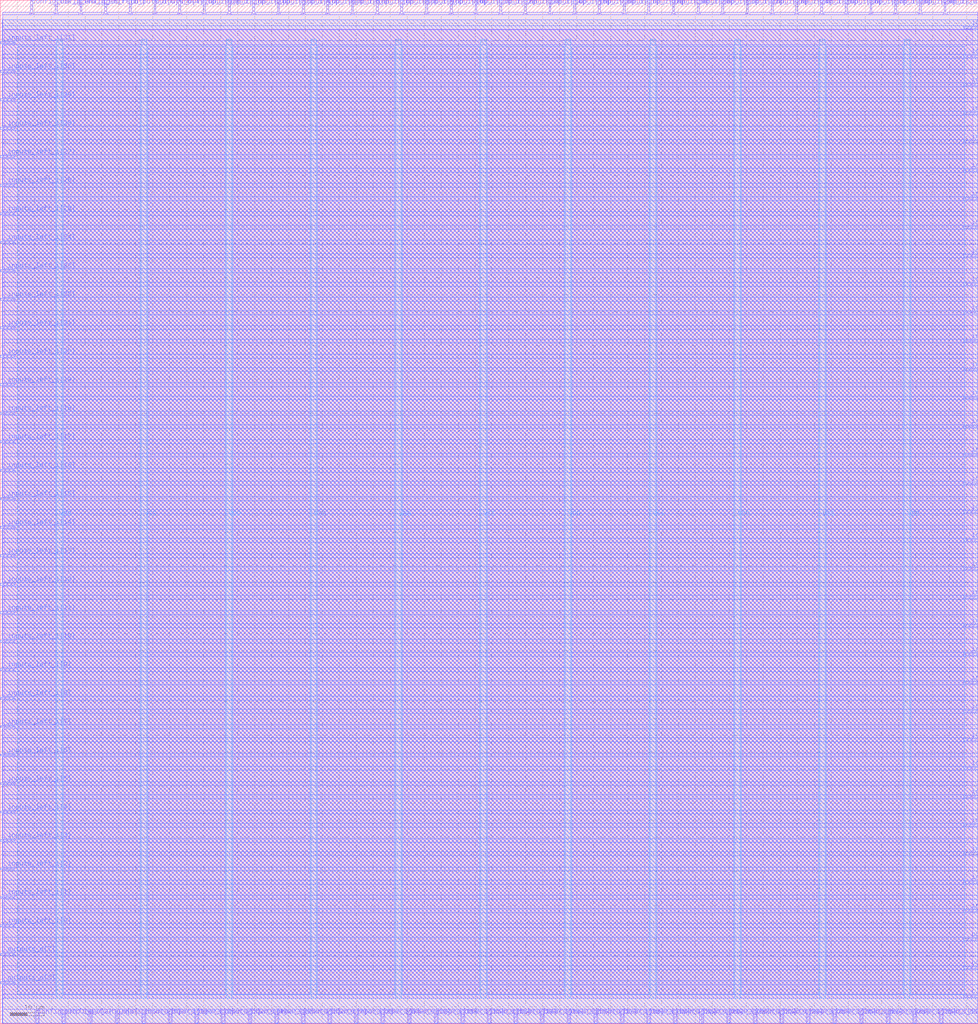
<source format=lef>
VERSION 5.7 ;
  NOWIREEXTENSIONATPIN ON ;
  DIVIDERCHAR "/" ;
  BUSBITCHARS "[]" ;
MACRO fpga_struct_block
  CLASS BLOCK ;
  FOREIGN fpga_struct_block ;
  ORIGIN 0.000 0.000 ;
  SIZE 288.390 BY 301.830 ;
  PIN VDD
    DIRECTION INOUT ;
    USE POWER ;
    PORT
      LAYER Metal4 ;
        RECT 16.640 7.540 18.240 290.380 ;
    END
    PORT
      LAYER Metal4 ;
        RECT 66.640 7.540 68.240 290.380 ;
    END
    PORT
      LAYER Metal4 ;
        RECT 116.640 7.540 118.240 290.380 ;
    END
    PORT
      LAYER Metal4 ;
        RECT 166.640 7.540 168.240 290.380 ;
    END
    PORT
      LAYER Metal4 ;
        RECT 216.640 7.540 218.240 290.380 ;
    END
    PORT
      LAYER Metal4 ;
        RECT 266.640 7.540 268.240 290.380 ;
    END
  END VDD
  PIN VSS
    DIRECTION INOUT ;
    USE GROUND ;
    PORT
      LAYER Metal4 ;
        RECT 41.640 7.540 43.240 290.380 ;
    END
    PORT
      LAYER Metal4 ;
        RECT 91.640 7.540 93.240 290.380 ;
    END
    PORT
      LAYER Metal4 ;
        RECT 141.640 7.540 143.240 290.380 ;
    END
    PORT
      LAYER Metal4 ;
        RECT 191.640 7.540 193.240 290.380 ;
    END
    PORT
      LAYER Metal4 ;
        RECT 241.640 7.540 243.240 290.380 ;
    END
  END VSS
  PIN clk_i
    DIRECTION INPUT ;
    USE SIGNAL ;
    PORT
      LAYER Metal3 ;
        RECT 284.390 7.840 288.390 8.400 ;
    END
  END clk_i
  PIN config_clk_i
    DIRECTION INPUT ;
    USE SIGNAL ;
    PORT
      LAYER Metal2 ;
        RECT 8.960 297.830 9.520 301.830 ;
    END
  END config_clk_i
  PIN config_ena_i
    DIRECTION INPUT ;
    USE SIGNAL ;
    PORT
      LAYER Metal2 ;
        RECT 16.240 297.830 16.800 301.830 ;
    END
  END config_ena_i
  PIN config_shift_i
    DIRECTION INPUT ;
    USE SIGNAL ;
    PORT
      LAYER Metal2 ;
        RECT 23.520 297.830 24.080 301.830 ;
    END
  END config_shift_i
  PIN config_shift_o
    DIRECTION OUTPUT TRISTATE ;
    USE SIGNAL ;
    PORT
      LAYER Metal2 ;
        RECT 10.640 0.000 11.200 4.000 ;
    END
  END config_shift_o
  PIN glb_rstn_i
    DIRECTION INPUT ;
    USE SIGNAL ;
    PORT
      LAYER Metal2 ;
        RECT 30.800 297.830 31.360 301.830 ;
    END
  END glb_rstn_i
  PIN inputs_down_i[0]
    DIRECTION INPUT ;
    USE SIGNAL ;
    PORT
      LAYER Metal2 ;
        RECT 34.160 0.000 34.720 4.000 ;
    END
  END inputs_down_i[0]
  PIN inputs_down_i[10]
    DIRECTION INPUT ;
    USE SIGNAL ;
    PORT
      LAYER Metal2 ;
        RECT 112.560 0.000 113.120 4.000 ;
    END
  END inputs_down_i[10]
  PIN inputs_down_i[11]
    DIRECTION INPUT ;
    USE SIGNAL ;
    PORT
      LAYER Metal2 ;
        RECT 120.400 0.000 120.960 4.000 ;
    END
  END inputs_down_i[11]
  PIN inputs_down_i[12]
    DIRECTION INPUT ;
    USE SIGNAL ;
    PORT
      LAYER Metal2 ;
        RECT 128.240 0.000 128.800 4.000 ;
    END
  END inputs_down_i[12]
  PIN inputs_down_i[13]
    DIRECTION INPUT ;
    USE SIGNAL ;
    PORT
      LAYER Metal2 ;
        RECT 136.080 0.000 136.640 4.000 ;
    END
  END inputs_down_i[13]
  PIN inputs_down_i[14]
    DIRECTION INPUT ;
    USE SIGNAL ;
    PORT
      LAYER Metal2 ;
        RECT 143.920 0.000 144.480 4.000 ;
    END
  END inputs_down_i[14]
  PIN inputs_down_i[15]
    DIRECTION INPUT ;
    USE SIGNAL ;
    PORT
      LAYER Metal2 ;
        RECT 151.760 0.000 152.320 4.000 ;
    END
  END inputs_down_i[15]
  PIN inputs_down_i[16]
    DIRECTION INPUT ;
    USE SIGNAL ;
    PORT
      LAYER Metal2 ;
        RECT 159.600 0.000 160.160 4.000 ;
    END
  END inputs_down_i[16]
  PIN inputs_down_i[17]
    DIRECTION INPUT ;
    USE SIGNAL ;
    PORT
      LAYER Metal2 ;
        RECT 167.440 0.000 168.000 4.000 ;
    END
  END inputs_down_i[17]
  PIN inputs_down_i[18]
    DIRECTION INPUT ;
    USE SIGNAL ;
    PORT
      LAYER Metal2 ;
        RECT 175.280 0.000 175.840 4.000 ;
    END
  END inputs_down_i[18]
  PIN inputs_down_i[19]
    DIRECTION INPUT ;
    USE SIGNAL ;
    PORT
      LAYER Metal2 ;
        RECT 183.120 0.000 183.680 4.000 ;
    END
  END inputs_down_i[19]
  PIN inputs_down_i[1]
    DIRECTION INPUT ;
    USE SIGNAL ;
    PORT
      LAYER Metal2 ;
        RECT 42.000 0.000 42.560 4.000 ;
    END
  END inputs_down_i[1]
  PIN inputs_down_i[20]
    DIRECTION INPUT ;
    USE SIGNAL ;
    PORT
      LAYER Metal2 ;
        RECT 190.960 0.000 191.520 4.000 ;
    END
  END inputs_down_i[20]
  PIN inputs_down_i[21]
    DIRECTION INPUT ;
    USE SIGNAL ;
    PORT
      LAYER Metal2 ;
        RECT 198.800 0.000 199.360 4.000 ;
    END
  END inputs_down_i[21]
  PIN inputs_down_i[22]
    DIRECTION INPUT ;
    USE SIGNAL ;
    PORT
      LAYER Metal2 ;
        RECT 206.640 0.000 207.200 4.000 ;
    END
  END inputs_down_i[22]
  PIN inputs_down_i[23]
    DIRECTION INPUT ;
    USE SIGNAL ;
    PORT
      LAYER Metal2 ;
        RECT 214.480 0.000 215.040 4.000 ;
    END
  END inputs_down_i[23]
  PIN inputs_down_i[24]
    DIRECTION INPUT ;
    USE SIGNAL ;
    PORT
      LAYER Metal2 ;
        RECT 222.320 0.000 222.880 4.000 ;
    END
  END inputs_down_i[24]
  PIN inputs_down_i[25]
    DIRECTION INPUT ;
    USE SIGNAL ;
    PORT
      LAYER Metal2 ;
        RECT 230.160 0.000 230.720 4.000 ;
    END
  END inputs_down_i[25]
  PIN inputs_down_i[26]
    DIRECTION INPUT ;
    USE SIGNAL ;
    PORT
      LAYER Metal2 ;
        RECT 238.000 0.000 238.560 4.000 ;
    END
  END inputs_down_i[26]
  PIN inputs_down_i[27]
    DIRECTION INPUT ;
    USE SIGNAL ;
    PORT
      LAYER Metal2 ;
        RECT 245.840 0.000 246.400 4.000 ;
    END
  END inputs_down_i[27]
  PIN inputs_down_i[28]
    DIRECTION INPUT ;
    USE SIGNAL ;
    PORT
      LAYER Metal2 ;
        RECT 253.680 0.000 254.240 4.000 ;
    END
  END inputs_down_i[28]
  PIN inputs_down_i[29]
    DIRECTION INPUT ;
    USE SIGNAL ;
    PORT
      LAYER Metal2 ;
        RECT 261.520 0.000 262.080 4.000 ;
    END
  END inputs_down_i[29]
  PIN inputs_down_i[2]
    DIRECTION INPUT ;
    USE SIGNAL ;
    PORT
      LAYER Metal2 ;
        RECT 49.840 0.000 50.400 4.000 ;
    END
  END inputs_down_i[2]
  PIN inputs_down_i[30]
    DIRECTION INPUT ;
    USE SIGNAL ;
    PORT
      LAYER Metal2 ;
        RECT 269.360 0.000 269.920 4.000 ;
    END
  END inputs_down_i[30]
  PIN inputs_down_i[31]
    DIRECTION INPUT ;
    USE SIGNAL ;
    PORT
      LAYER Metal2 ;
        RECT 277.200 0.000 277.760 4.000 ;
    END
  END inputs_down_i[31]
  PIN inputs_down_i[3]
    DIRECTION INPUT ;
    USE SIGNAL ;
    PORT
      LAYER Metal2 ;
        RECT 57.680 0.000 58.240 4.000 ;
    END
  END inputs_down_i[3]
  PIN inputs_down_i[4]
    DIRECTION INPUT ;
    USE SIGNAL ;
    PORT
      LAYER Metal2 ;
        RECT 65.520 0.000 66.080 4.000 ;
    END
  END inputs_down_i[4]
  PIN inputs_down_i[5]
    DIRECTION INPUT ;
    USE SIGNAL ;
    PORT
      LAYER Metal2 ;
        RECT 73.360 0.000 73.920 4.000 ;
    END
  END inputs_down_i[5]
  PIN inputs_down_i[6]
    DIRECTION INPUT ;
    USE SIGNAL ;
    PORT
      LAYER Metal2 ;
        RECT 81.200 0.000 81.760 4.000 ;
    END
  END inputs_down_i[6]
  PIN inputs_down_i[7]
    DIRECTION INPUT ;
    USE SIGNAL ;
    PORT
      LAYER Metal2 ;
        RECT 89.040 0.000 89.600 4.000 ;
    END
  END inputs_down_i[7]
  PIN inputs_down_i[8]
    DIRECTION INPUT ;
    USE SIGNAL ;
    PORT
      LAYER Metal2 ;
        RECT 96.880 0.000 97.440 4.000 ;
    END
  END inputs_down_i[8]
  PIN inputs_down_i[9]
    DIRECTION INPUT ;
    USE SIGNAL ;
    PORT
      LAYER Metal2 ;
        RECT 104.720 0.000 105.280 4.000 ;
    END
  END inputs_down_i[9]
  PIN inputs_left_i[0]
    DIRECTION INPUT ;
    USE SIGNAL ;
    PORT
      LAYER Metal3 ;
        RECT 0.000 28.560 4.000 29.120 ;
    END
  END inputs_left_i[0]
  PIN inputs_left_i[10]
    DIRECTION INPUT ;
    USE SIGNAL ;
    PORT
      LAYER Metal3 ;
        RECT 0.000 112.560 4.000 113.120 ;
    END
  END inputs_left_i[10]
  PIN inputs_left_i[11]
    DIRECTION INPUT ;
    USE SIGNAL ;
    PORT
      LAYER Metal3 ;
        RECT 0.000 120.960 4.000 121.520 ;
    END
  END inputs_left_i[11]
  PIN inputs_left_i[12]
    DIRECTION INPUT ;
    USE SIGNAL ;
    PORT
      LAYER Metal3 ;
        RECT 0.000 129.360 4.000 129.920 ;
    END
  END inputs_left_i[12]
  PIN inputs_left_i[13]
    DIRECTION INPUT ;
    USE SIGNAL ;
    PORT
      LAYER Metal3 ;
        RECT 0.000 137.760 4.000 138.320 ;
    END
  END inputs_left_i[13]
  PIN inputs_left_i[14]
    DIRECTION INPUT ;
    USE SIGNAL ;
    PORT
      LAYER Metal3 ;
        RECT 0.000 146.160 4.000 146.720 ;
    END
  END inputs_left_i[14]
  PIN inputs_left_i[15]
    DIRECTION INPUT ;
    USE SIGNAL ;
    PORT
      LAYER Metal3 ;
        RECT 0.000 154.560 4.000 155.120 ;
    END
  END inputs_left_i[15]
  PIN inputs_left_i[16]
    DIRECTION INPUT ;
    USE SIGNAL ;
    PORT
      LAYER Metal3 ;
        RECT 0.000 162.960 4.000 163.520 ;
    END
  END inputs_left_i[16]
  PIN inputs_left_i[17]
    DIRECTION INPUT ;
    USE SIGNAL ;
    PORT
      LAYER Metal3 ;
        RECT 0.000 171.360 4.000 171.920 ;
    END
  END inputs_left_i[17]
  PIN inputs_left_i[18]
    DIRECTION INPUT ;
    USE SIGNAL ;
    PORT
      LAYER Metal3 ;
        RECT 0.000 179.760 4.000 180.320 ;
    END
  END inputs_left_i[18]
  PIN inputs_left_i[19]
    DIRECTION INPUT ;
    USE SIGNAL ;
    PORT
      LAYER Metal3 ;
        RECT 0.000 188.160 4.000 188.720 ;
    END
  END inputs_left_i[19]
  PIN inputs_left_i[1]
    DIRECTION INPUT ;
    USE SIGNAL ;
    PORT
      LAYER Metal3 ;
        RECT 0.000 36.960 4.000 37.520 ;
    END
  END inputs_left_i[1]
  PIN inputs_left_i[20]
    DIRECTION INPUT ;
    USE SIGNAL ;
    PORT
      LAYER Metal3 ;
        RECT 0.000 196.560 4.000 197.120 ;
    END
  END inputs_left_i[20]
  PIN inputs_left_i[21]
    DIRECTION INPUT ;
    USE SIGNAL ;
    PORT
      LAYER Metal3 ;
        RECT 0.000 204.960 4.000 205.520 ;
    END
  END inputs_left_i[21]
  PIN inputs_left_i[22]
    DIRECTION INPUT ;
    USE SIGNAL ;
    PORT
      LAYER Metal3 ;
        RECT 0.000 213.360 4.000 213.920 ;
    END
  END inputs_left_i[22]
  PIN inputs_left_i[23]
    DIRECTION INPUT ;
    USE SIGNAL ;
    PORT
      LAYER Metal3 ;
        RECT 0.000 221.760 4.000 222.320 ;
    END
  END inputs_left_i[23]
  PIN inputs_left_i[24]
    DIRECTION INPUT ;
    USE SIGNAL ;
    PORT
      LAYER Metal3 ;
        RECT 0.000 230.160 4.000 230.720 ;
    END
  END inputs_left_i[24]
  PIN inputs_left_i[25]
    DIRECTION INPUT ;
    USE SIGNAL ;
    PORT
      LAYER Metal3 ;
        RECT 0.000 238.560 4.000 239.120 ;
    END
  END inputs_left_i[25]
  PIN inputs_left_i[26]
    DIRECTION INPUT ;
    USE SIGNAL ;
    PORT
      LAYER Metal3 ;
        RECT 0.000 246.960 4.000 247.520 ;
    END
  END inputs_left_i[26]
  PIN inputs_left_i[27]
    DIRECTION INPUT ;
    USE SIGNAL ;
    PORT
      LAYER Metal3 ;
        RECT 0.000 255.360 4.000 255.920 ;
    END
  END inputs_left_i[27]
  PIN inputs_left_i[28]
    DIRECTION INPUT ;
    USE SIGNAL ;
    PORT
      LAYER Metal3 ;
        RECT 0.000 263.760 4.000 264.320 ;
    END
  END inputs_left_i[28]
  PIN inputs_left_i[29]
    DIRECTION INPUT ;
    USE SIGNAL ;
    PORT
      LAYER Metal3 ;
        RECT 0.000 272.160 4.000 272.720 ;
    END
  END inputs_left_i[29]
  PIN inputs_left_i[2]
    DIRECTION INPUT ;
    USE SIGNAL ;
    PORT
      LAYER Metal3 ;
        RECT 0.000 45.360 4.000 45.920 ;
    END
  END inputs_left_i[2]
  PIN inputs_left_i[30]
    DIRECTION INPUT ;
    USE SIGNAL ;
    PORT
      LAYER Metal3 ;
        RECT 0.000 280.560 4.000 281.120 ;
    END
  END inputs_left_i[30]
  PIN inputs_left_i[31]
    DIRECTION INPUT ;
    USE SIGNAL ;
    PORT
      LAYER Metal3 ;
        RECT 0.000 288.960 4.000 289.520 ;
    END
  END inputs_left_i[31]
  PIN inputs_left_i[3]
    DIRECTION INPUT ;
    USE SIGNAL ;
    PORT
      LAYER Metal3 ;
        RECT 0.000 53.760 4.000 54.320 ;
    END
  END inputs_left_i[3]
  PIN inputs_left_i[4]
    DIRECTION INPUT ;
    USE SIGNAL ;
    PORT
      LAYER Metal3 ;
        RECT 0.000 62.160 4.000 62.720 ;
    END
  END inputs_left_i[4]
  PIN inputs_left_i[5]
    DIRECTION INPUT ;
    USE SIGNAL ;
    PORT
      LAYER Metal3 ;
        RECT 0.000 70.560 4.000 71.120 ;
    END
  END inputs_left_i[5]
  PIN inputs_left_i[6]
    DIRECTION INPUT ;
    USE SIGNAL ;
    PORT
      LAYER Metal3 ;
        RECT 0.000 78.960 4.000 79.520 ;
    END
  END inputs_left_i[6]
  PIN inputs_left_i[7]
    DIRECTION INPUT ;
    USE SIGNAL ;
    PORT
      LAYER Metal3 ;
        RECT 0.000 87.360 4.000 87.920 ;
    END
  END inputs_left_i[7]
  PIN inputs_left_i[8]
    DIRECTION INPUT ;
    USE SIGNAL ;
    PORT
      LAYER Metal3 ;
        RECT 0.000 95.760 4.000 96.320 ;
    END
  END inputs_left_i[8]
  PIN inputs_left_i[9]
    DIRECTION INPUT ;
    USE SIGNAL ;
    PORT
      LAYER Metal3 ;
        RECT 0.000 104.160 4.000 104.720 ;
    END
  END inputs_left_i[9]
  PIN inputs_right_i[0]
    DIRECTION INPUT ;
    USE SIGNAL ;
    PORT
      LAYER Metal3 ;
        RECT 284.390 33.040 288.390 33.600 ;
    END
  END inputs_right_i[0]
  PIN inputs_right_i[10]
    DIRECTION INPUT ;
    USE SIGNAL ;
    PORT
      LAYER Metal3 ;
        RECT 284.390 117.040 288.390 117.600 ;
    END
  END inputs_right_i[10]
  PIN inputs_right_i[11]
    DIRECTION INPUT ;
    USE SIGNAL ;
    PORT
      LAYER Metal3 ;
        RECT 284.390 125.440 288.390 126.000 ;
    END
  END inputs_right_i[11]
  PIN inputs_right_i[12]
    DIRECTION INPUT ;
    USE SIGNAL ;
    PORT
      LAYER Metal3 ;
        RECT 284.390 133.840 288.390 134.400 ;
    END
  END inputs_right_i[12]
  PIN inputs_right_i[13]
    DIRECTION INPUT ;
    USE SIGNAL ;
    PORT
      LAYER Metal3 ;
        RECT 284.390 142.240 288.390 142.800 ;
    END
  END inputs_right_i[13]
  PIN inputs_right_i[14]
    DIRECTION INPUT ;
    USE SIGNAL ;
    PORT
      LAYER Metal3 ;
        RECT 284.390 150.640 288.390 151.200 ;
    END
  END inputs_right_i[14]
  PIN inputs_right_i[15]
    DIRECTION INPUT ;
    USE SIGNAL ;
    PORT
      LAYER Metal3 ;
        RECT 284.390 159.040 288.390 159.600 ;
    END
  END inputs_right_i[15]
  PIN inputs_right_i[16]
    DIRECTION INPUT ;
    USE SIGNAL ;
    PORT
      LAYER Metal3 ;
        RECT 284.390 167.440 288.390 168.000 ;
    END
  END inputs_right_i[16]
  PIN inputs_right_i[17]
    DIRECTION INPUT ;
    USE SIGNAL ;
    PORT
      LAYER Metal3 ;
        RECT 284.390 175.840 288.390 176.400 ;
    END
  END inputs_right_i[17]
  PIN inputs_right_i[18]
    DIRECTION INPUT ;
    USE SIGNAL ;
    PORT
      LAYER Metal3 ;
        RECT 284.390 184.240 288.390 184.800 ;
    END
  END inputs_right_i[18]
  PIN inputs_right_i[19]
    DIRECTION INPUT ;
    USE SIGNAL ;
    PORT
      LAYER Metal3 ;
        RECT 284.390 192.640 288.390 193.200 ;
    END
  END inputs_right_i[19]
  PIN inputs_right_i[1]
    DIRECTION INPUT ;
    USE SIGNAL ;
    PORT
      LAYER Metal3 ;
        RECT 284.390 41.440 288.390 42.000 ;
    END
  END inputs_right_i[1]
  PIN inputs_right_i[20]
    DIRECTION INPUT ;
    USE SIGNAL ;
    PORT
      LAYER Metal3 ;
        RECT 284.390 201.040 288.390 201.600 ;
    END
  END inputs_right_i[20]
  PIN inputs_right_i[21]
    DIRECTION INPUT ;
    USE SIGNAL ;
    PORT
      LAYER Metal3 ;
        RECT 284.390 209.440 288.390 210.000 ;
    END
  END inputs_right_i[21]
  PIN inputs_right_i[22]
    DIRECTION INPUT ;
    USE SIGNAL ;
    PORT
      LAYER Metal3 ;
        RECT 284.390 217.840 288.390 218.400 ;
    END
  END inputs_right_i[22]
  PIN inputs_right_i[23]
    DIRECTION INPUT ;
    USE SIGNAL ;
    PORT
      LAYER Metal3 ;
        RECT 284.390 226.240 288.390 226.800 ;
    END
  END inputs_right_i[23]
  PIN inputs_right_i[24]
    DIRECTION INPUT ;
    USE SIGNAL ;
    PORT
      LAYER Metal3 ;
        RECT 284.390 234.640 288.390 235.200 ;
    END
  END inputs_right_i[24]
  PIN inputs_right_i[25]
    DIRECTION INPUT ;
    USE SIGNAL ;
    PORT
      LAYER Metal3 ;
        RECT 284.390 243.040 288.390 243.600 ;
    END
  END inputs_right_i[25]
  PIN inputs_right_i[26]
    DIRECTION INPUT ;
    USE SIGNAL ;
    PORT
      LAYER Metal3 ;
        RECT 284.390 251.440 288.390 252.000 ;
    END
  END inputs_right_i[26]
  PIN inputs_right_i[27]
    DIRECTION INPUT ;
    USE SIGNAL ;
    PORT
      LAYER Metal3 ;
        RECT 284.390 259.840 288.390 260.400 ;
    END
  END inputs_right_i[27]
  PIN inputs_right_i[28]
    DIRECTION INPUT ;
    USE SIGNAL ;
    PORT
      LAYER Metal3 ;
        RECT 284.390 268.240 288.390 268.800 ;
    END
  END inputs_right_i[28]
  PIN inputs_right_i[29]
    DIRECTION INPUT ;
    USE SIGNAL ;
    PORT
      LAYER Metal3 ;
        RECT 284.390 276.640 288.390 277.200 ;
    END
  END inputs_right_i[29]
  PIN inputs_right_i[2]
    DIRECTION INPUT ;
    USE SIGNAL ;
    PORT
      LAYER Metal3 ;
        RECT 284.390 49.840 288.390 50.400 ;
    END
  END inputs_right_i[2]
  PIN inputs_right_i[30]
    DIRECTION INPUT ;
    USE SIGNAL ;
    PORT
      LAYER Metal3 ;
        RECT 284.390 285.040 288.390 285.600 ;
    END
  END inputs_right_i[30]
  PIN inputs_right_i[31]
    DIRECTION INPUT ;
    USE SIGNAL ;
    PORT
      LAYER Metal3 ;
        RECT 284.390 293.440 288.390 294.000 ;
    END
  END inputs_right_i[31]
  PIN inputs_right_i[3]
    DIRECTION INPUT ;
    USE SIGNAL ;
    PORT
      LAYER Metal3 ;
        RECT 284.390 58.240 288.390 58.800 ;
    END
  END inputs_right_i[3]
  PIN inputs_right_i[4]
    DIRECTION INPUT ;
    USE SIGNAL ;
    PORT
      LAYER Metal3 ;
        RECT 284.390 66.640 288.390 67.200 ;
    END
  END inputs_right_i[4]
  PIN inputs_right_i[5]
    DIRECTION INPUT ;
    USE SIGNAL ;
    PORT
      LAYER Metal3 ;
        RECT 284.390 75.040 288.390 75.600 ;
    END
  END inputs_right_i[5]
  PIN inputs_right_i[6]
    DIRECTION INPUT ;
    USE SIGNAL ;
    PORT
      LAYER Metal3 ;
        RECT 284.390 83.440 288.390 84.000 ;
    END
  END inputs_right_i[6]
  PIN inputs_right_i[7]
    DIRECTION INPUT ;
    USE SIGNAL ;
    PORT
      LAYER Metal3 ;
        RECT 284.390 91.840 288.390 92.400 ;
    END
  END inputs_right_i[7]
  PIN inputs_right_i[8]
    DIRECTION INPUT ;
    USE SIGNAL ;
    PORT
      LAYER Metal3 ;
        RECT 284.390 100.240 288.390 100.800 ;
    END
  END inputs_right_i[8]
  PIN inputs_right_i[9]
    DIRECTION INPUT ;
    USE SIGNAL ;
    PORT
      LAYER Metal3 ;
        RECT 284.390 108.640 288.390 109.200 ;
    END
  END inputs_right_i[9]
  PIN inputs_up_i[0]
    DIRECTION INPUT ;
    USE SIGNAL ;
    PORT
      LAYER Metal2 ;
        RECT 52.640 297.830 53.200 301.830 ;
    END
  END inputs_up_i[0]
  PIN inputs_up_i[10]
    DIRECTION INPUT ;
    USE SIGNAL ;
    PORT
      LAYER Metal2 ;
        RECT 125.440 297.830 126.000 301.830 ;
    END
  END inputs_up_i[10]
  PIN inputs_up_i[11]
    DIRECTION INPUT ;
    USE SIGNAL ;
    PORT
      LAYER Metal2 ;
        RECT 132.720 297.830 133.280 301.830 ;
    END
  END inputs_up_i[11]
  PIN inputs_up_i[12]
    DIRECTION INPUT ;
    USE SIGNAL ;
    PORT
      LAYER Metal2 ;
        RECT 140.000 297.830 140.560 301.830 ;
    END
  END inputs_up_i[12]
  PIN inputs_up_i[13]
    DIRECTION INPUT ;
    USE SIGNAL ;
    PORT
      LAYER Metal2 ;
        RECT 147.280 297.830 147.840 301.830 ;
    END
  END inputs_up_i[13]
  PIN inputs_up_i[14]
    DIRECTION INPUT ;
    USE SIGNAL ;
    PORT
      LAYER Metal2 ;
        RECT 154.560 297.830 155.120 301.830 ;
    END
  END inputs_up_i[14]
  PIN inputs_up_i[15]
    DIRECTION INPUT ;
    USE SIGNAL ;
    PORT
      LAYER Metal2 ;
        RECT 161.840 297.830 162.400 301.830 ;
    END
  END inputs_up_i[15]
  PIN inputs_up_i[16]
    DIRECTION INPUT ;
    USE SIGNAL ;
    PORT
      LAYER Metal2 ;
        RECT 169.120 297.830 169.680 301.830 ;
    END
  END inputs_up_i[16]
  PIN inputs_up_i[17]
    DIRECTION INPUT ;
    USE SIGNAL ;
    PORT
      LAYER Metal2 ;
        RECT 176.400 297.830 176.960 301.830 ;
    END
  END inputs_up_i[17]
  PIN inputs_up_i[18]
    DIRECTION INPUT ;
    USE SIGNAL ;
    PORT
      LAYER Metal2 ;
        RECT 183.680 297.830 184.240 301.830 ;
    END
  END inputs_up_i[18]
  PIN inputs_up_i[19]
    DIRECTION INPUT ;
    USE SIGNAL ;
    PORT
      LAYER Metal2 ;
        RECT 190.960 297.830 191.520 301.830 ;
    END
  END inputs_up_i[19]
  PIN inputs_up_i[1]
    DIRECTION INPUT ;
    USE SIGNAL ;
    PORT
      LAYER Metal2 ;
        RECT 59.920 297.830 60.480 301.830 ;
    END
  END inputs_up_i[1]
  PIN inputs_up_i[20]
    DIRECTION INPUT ;
    USE SIGNAL ;
    PORT
      LAYER Metal2 ;
        RECT 198.240 297.830 198.800 301.830 ;
    END
  END inputs_up_i[20]
  PIN inputs_up_i[21]
    DIRECTION INPUT ;
    USE SIGNAL ;
    PORT
      LAYER Metal2 ;
        RECT 205.520 297.830 206.080 301.830 ;
    END
  END inputs_up_i[21]
  PIN inputs_up_i[22]
    DIRECTION INPUT ;
    USE SIGNAL ;
    PORT
      LAYER Metal2 ;
        RECT 212.800 297.830 213.360 301.830 ;
    END
  END inputs_up_i[22]
  PIN inputs_up_i[23]
    DIRECTION INPUT ;
    USE SIGNAL ;
    PORT
      LAYER Metal2 ;
        RECT 220.080 297.830 220.640 301.830 ;
    END
  END inputs_up_i[23]
  PIN inputs_up_i[24]
    DIRECTION INPUT ;
    USE SIGNAL ;
    PORT
      LAYER Metal2 ;
        RECT 227.360 297.830 227.920 301.830 ;
    END
  END inputs_up_i[24]
  PIN inputs_up_i[25]
    DIRECTION INPUT ;
    USE SIGNAL ;
    PORT
      LAYER Metal2 ;
        RECT 234.640 297.830 235.200 301.830 ;
    END
  END inputs_up_i[25]
  PIN inputs_up_i[26]
    DIRECTION INPUT ;
    USE SIGNAL ;
    PORT
      LAYER Metal2 ;
        RECT 241.920 297.830 242.480 301.830 ;
    END
  END inputs_up_i[26]
  PIN inputs_up_i[27]
    DIRECTION INPUT ;
    USE SIGNAL ;
    PORT
      LAYER Metal2 ;
        RECT 249.200 297.830 249.760 301.830 ;
    END
  END inputs_up_i[27]
  PIN inputs_up_i[28]
    DIRECTION INPUT ;
    USE SIGNAL ;
    PORT
      LAYER Metal2 ;
        RECT 256.480 297.830 257.040 301.830 ;
    END
  END inputs_up_i[28]
  PIN inputs_up_i[29]
    DIRECTION INPUT ;
    USE SIGNAL ;
    PORT
      LAYER Metal2 ;
        RECT 263.760 297.830 264.320 301.830 ;
    END
  END inputs_up_i[29]
  PIN inputs_up_i[2]
    DIRECTION INPUT ;
    USE SIGNAL ;
    PORT
      LAYER Metal2 ;
        RECT 67.200 297.830 67.760 301.830 ;
    END
  END inputs_up_i[2]
  PIN inputs_up_i[30]
    DIRECTION INPUT ;
    USE SIGNAL ;
    PORT
      LAYER Metal2 ;
        RECT 271.040 297.830 271.600 301.830 ;
    END
  END inputs_up_i[30]
  PIN inputs_up_i[31]
    DIRECTION INPUT ;
    USE SIGNAL ;
    PORT
      LAYER Metal2 ;
        RECT 278.320 297.830 278.880 301.830 ;
    END
  END inputs_up_i[31]
  PIN inputs_up_i[3]
    DIRECTION INPUT ;
    USE SIGNAL ;
    PORT
      LAYER Metal2 ;
        RECT 74.480 297.830 75.040 301.830 ;
    END
  END inputs_up_i[3]
  PIN inputs_up_i[4]
    DIRECTION INPUT ;
    USE SIGNAL ;
    PORT
      LAYER Metal2 ;
        RECT 81.760 297.830 82.320 301.830 ;
    END
  END inputs_up_i[4]
  PIN inputs_up_i[5]
    DIRECTION INPUT ;
    USE SIGNAL ;
    PORT
      LAYER Metal2 ;
        RECT 89.040 297.830 89.600 301.830 ;
    END
  END inputs_up_i[5]
  PIN inputs_up_i[6]
    DIRECTION INPUT ;
    USE SIGNAL ;
    PORT
      LAYER Metal2 ;
        RECT 96.320 297.830 96.880 301.830 ;
    END
  END inputs_up_i[6]
  PIN inputs_up_i[7]
    DIRECTION INPUT ;
    USE SIGNAL ;
    PORT
      LAYER Metal2 ;
        RECT 103.600 297.830 104.160 301.830 ;
    END
  END inputs_up_i[7]
  PIN inputs_up_i[8]
    DIRECTION INPUT ;
    USE SIGNAL ;
    PORT
      LAYER Metal2 ;
        RECT 110.880 297.830 111.440 301.830 ;
    END
  END inputs_up_i[8]
  PIN inputs_up_i[9]
    DIRECTION INPUT ;
    USE SIGNAL ;
    PORT
      LAYER Metal2 ;
        RECT 118.160 297.830 118.720 301.830 ;
    END
  END inputs_up_i[9]
  PIN outputs_o[0]
    DIRECTION OUTPUT TRISTATE ;
    USE SIGNAL ;
    PORT
      LAYER Metal2 ;
        RECT 38.080 297.830 38.640 301.830 ;
    END
  END outputs_o[0]
  PIN outputs_o[1]
    DIRECTION OUTPUT TRISTATE ;
    USE SIGNAL ;
    PORT
      LAYER Metal3 ;
        RECT 284.390 16.240 288.390 16.800 ;
    END
  END outputs_o[1]
  PIN outputs_o[2]
    DIRECTION OUTPUT TRISTATE ;
    USE SIGNAL ;
    PORT
      LAYER Metal2 ;
        RECT 18.480 0.000 19.040 4.000 ;
    END
  END outputs_o[2]
  PIN outputs_o[3]
    DIRECTION OUTPUT TRISTATE ;
    USE SIGNAL ;
    PORT
      LAYER Metal3 ;
        RECT 0.000 11.760 4.000 12.320 ;
    END
  END outputs_o[3]
  PIN outputs_o[4]
    DIRECTION OUTPUT TRISTATE ;
    USE SIGNAL ;
    PORT
      LAYER Metal2 ;
        RECT 45.360 297.830 45.920 301.830 ;
    END
  END outputs_o[4]
  PIN outputs_o[5]
    DIRECTION OUTPUT TRISTATE ;
    USE SIGNAL ;
    PORT
      LAYER Metal3 ;
        RECT 284.390 24.640 288.390 25.200 ;
    END
  END outputs_o[5]
  PIN outputs_o[6]
    DIRECTION OUTPUT TRISTATE ;
    USE SIGNAL ;
    PORT
      LAYER Metal2 ;
        RECT 26.320 0.000 26.880 4.000 ;
    END
  END outputs_o[6]
  PIN outputs_o[7]
    DIRECTION OUTPUT TRISTATE ;
    USE SIGNAL ;
    PORT
      LAYER Metal3 ;
        RECT 0.000 20.160 4.000 20.720 ;
    END
  END outputs_o[7]
  OBS
      LAYER Metal1 ;
        RECT 1.120 7.540 286.720 293.290 ;
      LAYER Metal2 ;
        RECT 0.700 297.530 8.660 298.340 ;
        RECT 9.820 297.530 15.940 298.340 ;
        RECT 17.100 297.530 23.220 298.340 ;
        RECT 24.380 297.530 30.500 298.340 ;
        RECT 31.660 297.530 37.780 298.340 ;
        RECT 38.940 297.530 45.060 298.340 ;
        RECT 46.220 297.530 52.340 298.340 ;
        RECT 53.500 297.530 59.620 298.340 ;
        RECT 60.780 297.530 66.900 298.340 ;
        RECT 68.060 297.530 74.180 298.340 ;
        RECT 75.340 297.530 81.460 298.340 ;
        RECT 82.620 297.530 88.740 298.340 ;
        RECT 89.900 297.530 96.020 298.340 ;
        RECT 97.180 297.530 103.300 298.340 ;
        RECT 104.460 297.530 110.580 298.340 ;
        RECT 111.740 297.530 117.860 298.340 ;
        RECT 119.020 297.530 125.140 298.340 ;
        RECT 126.300 297.530 132.420 298.340 ;
        RECT 133.580 297.530 139.700 298.340 ;
        RECT 140.860 297.530 146.980 298.340 ;
        RECT 148.140 297.530 154.260 298.340 ;
        RECT 155.420 297.530 161.540 298.340 ;
        RECT 162.700 297.530 168.820 298.340 ;
        RECT 169.980 297.530 176.100 298.340 ;
        RECT 177.260 297.530 183.380 298.340 ;
        RECT 184.540 297.530 190.660 298.340 ;
        RECT 191.820 297.530 197.940 298.340 ;
        RECT 199.100 297.530 205.220 298.340 ;
        RECT 206.380 297.530 212.500 298.340 ;
        RECT 213.660 297.530 219.780 298.340 ;
        RECT 220.940 297.530 227.060 298.340 ;
        RECT 228.220 297.530 234.340 298.340 ;
        RECT 235.500 297.530 241.620 298.340 ;
        RECT 242.780 297.530 248.900 298.340 ;
        RECT 250.060 297.530 256.180 298.340 ;
        RECT 257.340 297.530 263.460 298.340 ;
        RECT 264.620 297.530 270.740 298.340 ;
        RECT 271.900 297.530 278.020 298.340 ;
        RECT 279.180 297.530 288.260 298.340 ;
        RECT 0.700 4.300 288.260 297.530 ;
        RECT 0.700 0.090 10.340 4.300 ;
        RECT 11.500 0.090 18.180 4.300 ;
        RECT 19.340 0.090 26.020 4.300 ;
        RECT 27.180 0.090 33.860 4.300 ;
        RECT 35.020 0.090 41.700 4.300 ;
        RECT 42.860 0.090 49.540 4.300 ;
        RECT 50.700 0.090 57.380 4.300 ;
        RECT 58.540 0.090 65.220 4.300 ;
        RECT 66.380 0.090 73.060 4.300 ;
        RECT 74.220 0.090 80.900 4.300 ;
        RECT 82.060 0.090 88.740 4.300 ;
        RECT 89.900 0.090 96.580 4.300 ;
        RECT 97.740 0.090 104.420 4.300 ;
        RECT 105.580 0.090 112.260 4.300 ;
        RECT 113.420 0.090 120.100 4.300 ;
        RECT 121.260 0.090 127.940 4.300 ;
        RECT 129.100 0.090 135.780 4.300 ;
        RECT 136.940 0.090 143.620 4.300 ;
        RECT 144.780 0.090 151.460 4.300 ;
        RECT 152.620 0.090 159.300 4.300 ;
        RECT 160.460 0.090 167.140 4.300 ;
        RECT 168.300 0.090 174.980 4.300 ;
        RECT 176.140 0.090 182.820 4.300 ;
        RECT 183.980 0.090 190.660 4.300 ;
        RECT 191.820 0.090 198.500 4.300 ;
        RECT 199.660 0.090 206.340 4.300 ;
        RECT 207.500 0.090 214.180 4.300 ;
        RECT 215.340 0.090 222.020 4.300 ;
        RECT 223.180 0.090 229.860 4.300 ;
        RECT 231.020 0.090 237.700 4.300 ;
        RECT 238.860 0.090 245.540 4.300 ;
        RECT 246.700 0.090 253.380 4.300 ;
        RECT 254.540 0.090 261.220 4.300 ;
        RECT 262.380 0.090 269.060 4.300 ;
        RECT 270.220 0.090 276.900 4.300 ;
        RECT 278.060 0.090 288.260 4.300 ;
      LAYER Metal3 ;
        RECT 0.650 294.300 288.310 296.100 ;
        RECT 0.650 293.140 284.090 294.300 ;
        RECT 0.650 289.820 288.310 293.140 ;
        RECT 4.300 288.660 288.310 289.820 ;
        RECT 0.650 285.900 288.310 288.660 ;
        RECT 0.650 284.740 284.090 285.900 ;
        RECT 0.650 281.420 288.310 284.740 ;
        RECT 4.300 280.260 288.310 281.420 ;
        RECT 0.650 277.500 288.310 280.260 ;
        RECT 0.650 276.340 284.090 277.500 ;
        RECT 0.650 273.020 288.310 276.340 ;
        RECT 4.300 271.860 288.310 273.020 ;
        RECT 0.650 269.100 288.310 271.860 ;
        RECT 0.650 267.940 284.090 269.100 ;
        RECT 0.650 264.620 288.310 267.940 ;
        RECT 4.300 263.460 288.310 264.620 ;
        RECT 0.650 260.700 288.310 263.460 ;
        RECT 0.650 259.540 284.090 260.700 ;
        RECT 0.650 256.220 288.310 259.540 ;
        RECT 4.300 255.060 288.310 256.220 ;
        RECT 0.650 252.300 288.310 255.060 ;
        RECT 0.650 251.140 284.090 252.300 ;
        RECT 0.650 247.820 288.310 251.140 ;
        RECT 4.300 246.660 288.310 247.820 ;
        RECT 0.650 243.900 288.310 246.660 ;
        RECT 0.650 242.740 284.090 243.900 ;
        RECT 0.650 239.420 288.310 242.740 ;
        RECT 4.300 238.260 288.310 239.420 ;
        RECT 0.650 235.500 288.310 238.260 ;
        RECT 0.650 234.340 284.090 235.500 ;
        RECT 0.650 231.020 288.310 234.340 ;
        RECT 4.300 229.860 288.310 231.020 ;
        RECT 0.650 227.100 288.310 229.860 ;
        RECT 0.650 225.940 284.090 227.100 ;
        RECT 0.650 222.620 288.310 225.940 ;
        RECT 4.300 221.460 288.310 222.620 ;
        RECT 0.650 218.700 288.310 221.460 ;
        RECT 0.650 217.540 284.090 218.700 ;
        RECT 0.650 214.220 288.310 217.540 ;
        RECT 4.300 213.060 288.310 214.220 ;
        RECT 0.650 210.300 288.310 213.060 ;
        RECT 0.650 209.140 284.090 210.300 ;
        RECT 0.650 205.820 288.310 209.140 ;
        RECT 4.300 204.660 288.310 205.820 ;
        RECT 0.650 201.900 288.310 204.660 ;
        RECT 0.650 200.740 284.090 201.900 ;
        RECT 0.650 197.420 288.310 200.740 ;
        RECT 4.300 196.260 288.310 197.420 ;
        RECT 0.650 193.500 288.310 196.260 ;
        RECT 0.650 192.340 284.090 193.500 ;
        RECT 0.650 189.020 288.310 192.340 ;
        RECT 4.300 187.860 288.310 189.020 ;
        RECT 0.650 185.100 288.310 187.860 ;
        RECT 0.650 183.940 284.090 185.100 ;
        RECT 0.650 180.620 288.310 183.940 ;
        RECT 4.300 179.460 288.310 180.620 ;
        RECT 0.650 176.700 288.310 179.460 ;
        RECT 0.650 175.540 284.090 176.700 ;
        RECT 0.650 172.220 288.310 175.540 ;
        RECT 4.300 171.060 288.310 172.220 ;
        RECT 0.650 168.300 288.310 171.060 ;
        RECT 0.650 167.140 284.090 168.300 ;
        RECT 0.650 163.820 288.310 167.140 ;
        RECT 4.300 162.660 288.310 163.820 ;
        RECT 0.650 159.900 288.310 162.660 ;
        RECT 0.650 158.740 284.090 159.900 ;
        RECT 0.650 155.420 288.310 158.740 ;
        RECT 4.300 154.260 288.310 155.420 ;
        RECT 0.650 151.500 288.310 154.260 ;
        RECT 0.650 150.340 284.090 151.500 ;
        RECT 0.650 147.020 288.310 150.340 ;
        RECT 4.300 145.860 288.310 147.020 ;
        RECT 0.650 143.100 288.310 145.860 ;
        RECT 0.650 141.940 284.090 143.100 ;
        RECT 0.650 138.620 288.310 141.940 ;
        RECT 4.300 137.460 288.310 138.620 ;
        RECT 0.650 134.700 288.310 137.460 ;
        RECT 0.650 133.540 284.090 134.700 ;
        RECT 0.650 130.220 288.310 133.540 ;
        RECT 4.300 129.060 288.310 130.220 ;
        RECT 0.650 126.300 288.310 129.060 ;
        RECT 0.650 125.140 284.090 126.300 ;
        RECT 0.650 121.820 288.310 125.140 ;
        RECT 4.300 120.660 288.310 121.820 ;
        RECT 0.650 117.900 288.310 120.660 ;
        RECT 0.650 116.740 284.090 117.900 ;
        RECT 0.650 113.420 288.310 116.740 ;
        RECT 4.300 112.260 288.310 113.420 ;
        RECT 0.650 109.500 288.310 112.260 ;
        RECT 0.650 108.340 284.090 109.500 ;
        RECT 0.650 105.020 288.310 108.340 ;
        RECT 4.300 103.860 288.310 105.020 ;
        RECT 0.650 101.100 288.310 103.860 ;
        RECT 0.650 99.940 284.090 101.100 ;
        RECT 0.650 96.620 288.310 99.940 ;
        RECT 4.300 95.460 288.310 96.620 ;
        RECT 0.650 92.700 288.310 95.460 ;
        RECT 0.650 91.540 284.090 92.700 ;
        RECT 0.650 88.220 288.310 91.540 ;
        RECT 4.300 87.060 288.310 88.220 ;
        RECT 0.650 84.300 288.310 87.060 ;
        RECT 0.650 83.140 284.090 84.300 ;
        RECT 0.650 79.820 288.310 83.140 ;
        RECT 4.300 78.660 288.310 79.820 ;
        RECT 0.650 75.900 288.310 78.660 ;
        RECT 0.650 74.740 284.090 75.900 ;
        RECT 0.650 71.420 288.310 74.740 ;
        RECT 4.300 70.260 288.310 71.420 ;
        RECT 0.650 67.500 288.310 70.260 ;
        RECT 0.650 66.340 284.090 67.500 ;
        RECT 0.650 63.020 288.310 66.340 ;
        RECT 4.300 61.860 288.310 63.020 ;
        RECT 0.650 59.100 288.310 61.860 ;
        RECT 0.650 57.940 284.090 59.100 ;
        RECT 0.650 54.620 288.310 57.940 ;
        RECT 4.300 53.460 288.310 54.620 ;
        RECT 0.650 50.700 288.310 53.460 ;
        RECT 0.650 49.540 284.090 50.700 ;
        RECT 0.650 46.220 288.310 49.540 ;
        RECT 4.300 45.060 288.310 46.220 ;
        RECT 0.650 42.300 288.310 45.060 ;
        RECT 0.650 41.140 284.090 42.300 ;
        RECT 0.650 37.820 288.310 41.140 ;
        RECT 4.300 36.660 288.310 37.820 ;
        RECT 0.650 33.900 288.310 36.660 ;
        RECT 0.650 32.740 284.090 33.900 ;
        RECT 0.650 29.420 288.310 32.740 ;
        RECT 4.300 28.260 288.310 29.420 ;
        RECT 0.650 25.500 288.310 28.260 ;
        RECT 0.650 24.340 284.090 25.500 ;
        RECT 0.650 21.020 288.310 24.340 ;
        RECT 4.300 19.860 288.310 21.020 ;
        RECT 0.650 17.100 288.310 19.860 ;
        RECT 0.650 15.940 284.090 17.100 ;
        RECT 0.650 12.620 288.310 15.940 ;
        RECT 4.300 11.460 288.310 12.620 ;
        RECT 0.650 8.700 288.310 11.460 ;
        RECT 0.650 7.540 284.090 8.700 ;
        RECT 0.650 0.140 288.310 7.540 ;
      LAYER Metal4 ;
        RECT 5.180 8.490 16.340 288.310 ;
        RECT 18.540 8.490 41.340 288.310 ;
        RECT 43.540 8.490 66.340 288.310 ;
        RECT 68.540 8.490 91.340 288.310 ;
        RECT 93.540 8.490 116.340 288.310 ;
        RECT 118.540 8.490 141.340 288.310 ;
        RECT 143.540 8.490 166.340 288.310 ;
        RECT 168.540 8.490 191.340 288.310 ;
        RECT 193.540 8.490 216.340 288.310 ;
        RECT 218.540 8.490 241.340 288.310 ;
        RECT 243.540 8.490 266.340 288.310 ;
        RECT 268.540 8.490 284.340 288.310 ;
  END
END fpga_struct_block
END LIBRARY


</source>
